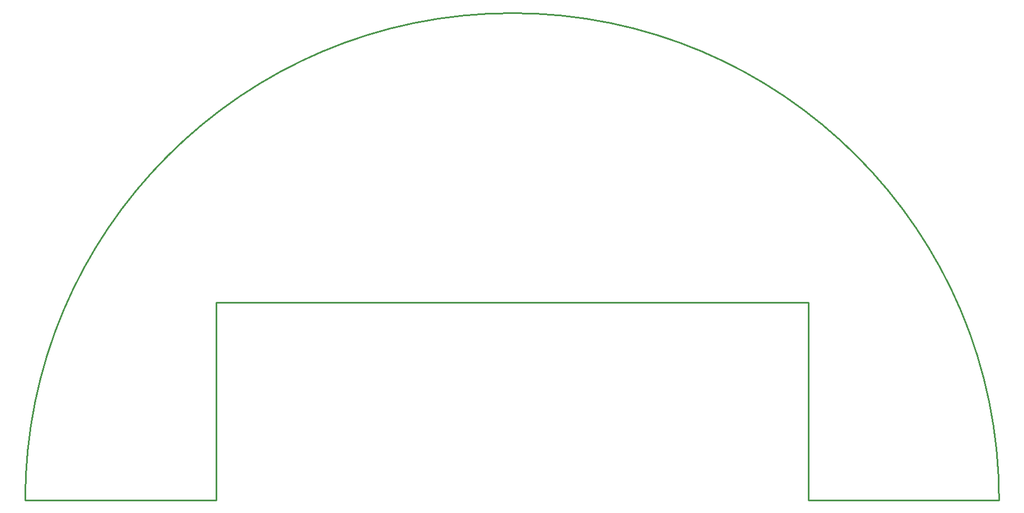
<source format=gm1>
%FSLAX24Y24*%
%MOIN*%
G70*
G01*
G75*
G04 Layer_Color=16711935*
%ADD10R,0.0354X0.0591*%
%ADD11R,0.0591X0.0354*%
%ADD12R,0.0500X0.0400*%
%ADD13R,0.0400X0.0500*%
%ADD14R,0.0354X0.0315*%
%ADD15R,0.2953X0.0906*%
%ADD16R,0.0315X0.0354*%
G04:AMPARAMS|DCode=17|XSize=90.6mil|YSize=295.3mil|CornerRadius=0mil|HoleSize=0mil|Usage=FLASHONLY|Rotation=45.000|XOffset=0mil|YOffset=0mil|HoleType=Round|Shape=Rectangle|*
%AMROTATEDRECTD17*
4,1,4,0.0724,-0.1364,-0.1364,0.0724,-0.0724,0.1364,0.1364,-0.0724,0.0724,-0.1364,0.0*
%
%ADD17ROTATEDRECTD17*%

%ADD18R,0.0906X0.2953*%
G04:AMPARAMS|DCode=19|XSize=90.6mil|YSize=295.3mil|CornerRadius=0mil|HoleSize=0mil|Usage=FLASHONLY|Rotation=315.000|XOffset=0mil|YOffset=0mil|HoleType=Round|Shape=Rectangle|*
%AMROTATEDRECTD19*
4,1,4,-0.1364,-0.0724,0.0724,0.1364,0.1364,0.0724,-0.0724,-0.1364,-0.1364,-0.0724,0.0*
%
%ADD19ROTATEDRECTD19*%

%ADD20C,0.0323*%
%ADD21C,0.0315*%
%ADD22C,0.0250*%
%ADD23C,0.0100*%
%ADD24C,0.2362*%
%ADD25C,0.1200*%
%ADD26R,0.1200X0.1200*%
%ADD27O,0.0600X0.0994*%
%ADD28R,0.0600X0.0994*%
%ADD29C,0.0500*%
%ADD30C,0.0339*%
G54D23*
X49213Y58661D02*
G03*
X20079Y29528I0J-29134D01*
G01*
X78346D02*
G03*
X49213Y58661I-29134J-0D01*
G01*
X66929Y29528D02*
X78346D01*
X20079D02*
X31496D01*
Y41339D01*
X66929D01*
Y29528D02*
Y41339D01*
M02*

</source>
